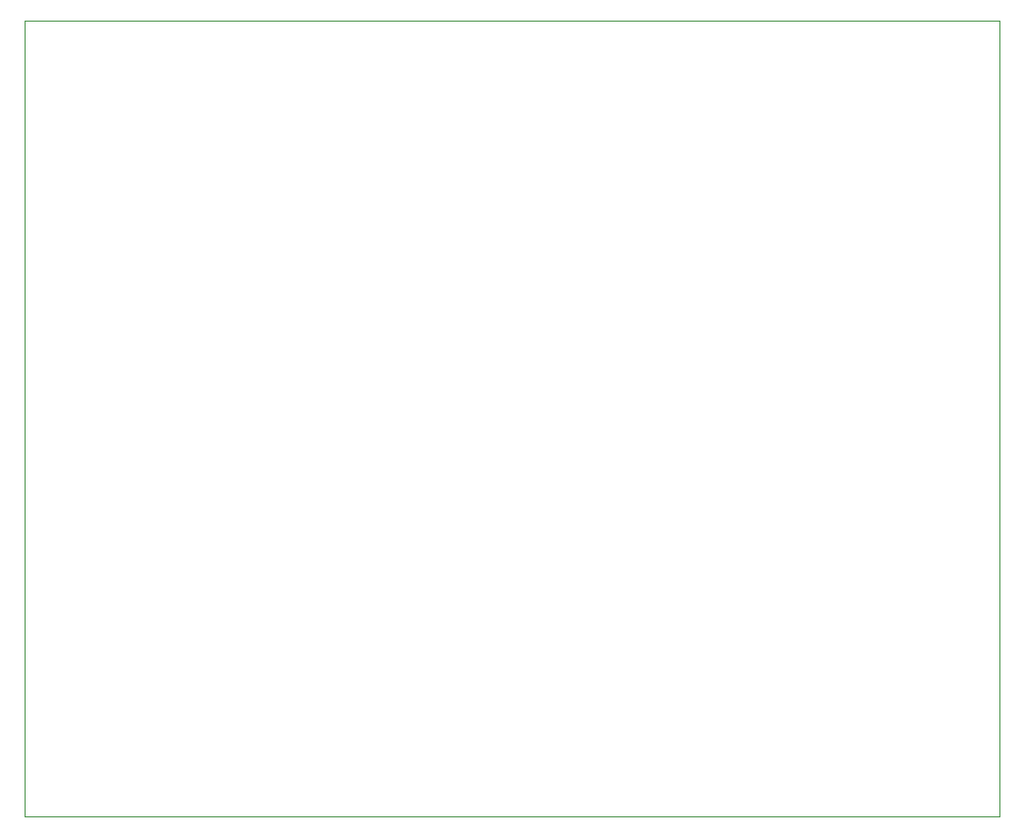
<source format=gbr>
%TF.GenerationSoftware,KiCad,Pcbnew,(5.99.0-11626-g43523df843)*%
%TF.CreationDate,2021-08-18T09:38:13+01:00*%
%TF.ProjectId,OpenFlopsXT_V0.1,4f70656e-466c-46f7-9073-58545f56302e,rev?*%
%TF.SameCoordinates,Original*%
%TF.FileFunction,Profile,NP*%
%FSLAX46Y46*%
G04 Gerber Fmt 4.6, Leading zero omitted, Abs format (unit mm)*
G04 Created by KiCad (PCBNEW (5.99.0-11626-g43523df843)) date 2021-08-18 09:38:13*
%MOMM*%
%LPD*%
G01*
G04 APERTURE LIST*
%TA.AperFunction,Profile*%
%ADD10C,0.100000*%
%TD*%
G04 APERTURE END LIST*
D10*
X157480000Y-76200000D02*
X160121600Y-76200000D01*
X160121600Y-76200000D02*
X160121600Y-144780000D01*
X157480000Y-144780000D02*
X160121600Y-144780000D01*
X76200000Y-144780000D02*
X76200000Y-76200000D01*
X76200000Y-76200000D02*
X157480000Y-76200000D01*
X157480000Y-144780000D02*
X76200000Y-144780000D01*
M02*

</source>
